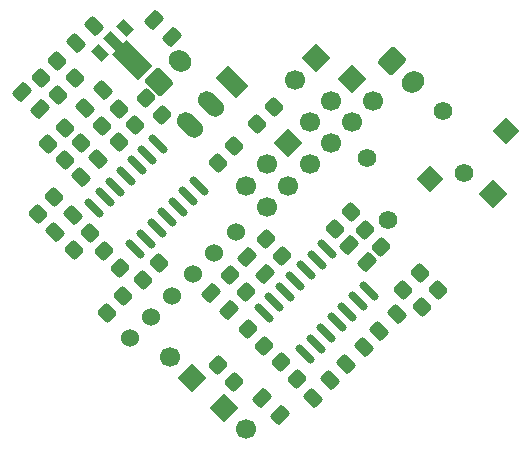
<source format=gbs>
G04 #@! TF.GenerationSoftware,KiCad,Pcbnew,(7.0.0)*
G04 #@! TF.CreationDate,2023-04-23T00:27:49-06:00*
G04 #@! TF.ProjectId,Fonocardiograma_V3A,466f6e6f-6361-4726-9469-6f6772616d61,rev?*
G04 #@! TF.SameCoordinates,Original*
G04 #@! TF.FileFunction,Soldermask,Bot*
G04 #@! TF.FilePolarity,Negative*
%FSLAX46Y46*%
G04 Gerber Fmt 4.6, Leading zero omitted, Abs format (unit mm)*
G04 Created by KiCad (PCBNEW (7.0.0)) date 2023-04-23 00:27:49*
%MOMM*%
%LPD*%
G01*
G04 APERTURE LIST*
G04 Aperture macros list*
%AMRoundRect*
0 Rectangle with rounded corners*
0 $1 Rounding radius*
0 $2 $3 $4 $5 $6 $7 $8 $9 X,Y pos of 4 corners*
0 Add a 4 corners polygon primitive as box body*
4,1,4,$2,$3,$4,$5,$6,$7,$8,$9,$2,$3,0*
0 Add four circle primitives for the rounded corners*
1,1,$1+$1,$2,$3*
1,1,$1+$1,$4,$5*
1,1,$1+$1,$6,$7*
1,1,$1+$1,$8,$9*
0 Add four rect primitives between the rounded corners*
20,1,$1+$1,$2,$3,$4,$5,0*
20,1,$1+$1,$4,$5,$6,$7,0*
20,1,$1+$1,$6,$7,$8,$9,0*
20,1,$1+$1,$8,$9,$2,$3,0*%
%AMHorizOval*
0 Thick line with rounded ends*
0 $1 width*
0 $2 $3 position (X,Y) of the first rounded end (center of the circle)*
0 $4 $5 position (X,Y) of the second rounded end (center of the circle)*
0 Add line between two ends*
20,1,$1,$2,$3,$4,$5,0*
0 Add two circle primitives to create the rounded ends*
1,1,$1,$2,$3*
1,1,$1,$4,$5*%
%AMRotRect*
0 Rectangle, with rotation*
0 The origin of the aperture is its center*
0 $1 length*
0 $2 width*
0 $3 Rotation angle, in degrees counterclockwise*
0 Add horizontal line*
21,1,$1,$2,0,0,$3*%
%AMFreePoly0*
4,1,9,3.862500,-0.866500,0.737500,-0.866500,0.737500,-0.450000,-0.737500,-0.450000,-0.737500,0.450000,0.737500,0.450000,0.737500,0.866500,3.862500,0.866500,3.862500,-0.866500,3.862500,-0.866500,$1*%
G04 Aperture macros list end*
%ADD10RotRect,1.700000X1.700000X135.000000*%
%ADD11HorizOval,1.700000X0.000000X0.000000X0.000000X0.000000X0*%
%ADD12RotRect,1.700000X1.700000X315.000000*%
%ADD13HorizOval,1.700000X0.000000X0.000000X0.000000X0.000000X0*%
%ADD14C,1.524000*%
%ADD15RotRect,1.700000X1.700000X225.000000*%
%ADD16HorizOval,1.700000X0.000000X0.000000X0.000000X0.000000X0*%
%ADD17RotRect,1.700000X1.700000X45.000000*%
%ADD18RotRect,1.560000X1.560000X225.000000*%
%ADD19C,1.560000*%
%ADD20RoundRect,0.250000X-0.954594X-0.106066X-0.106066X-0.954594X0.954594X0.106066X0.106066X0.954594X0*%
%ADD21HorizOval,1.700000X-0.106066X-0.106066X0.106066X0.106066X0*%
%ADD22RotRect,1.500000X2.500000X225.000000*%
%ADD23HorizOval,1.500000X-0.353553X0.353553X0.353553X-0.353553X0*%
%ADD24RoundRect,0.250000X0.106066X-0.954594X0.954594X-0.106066X-0.106066X0.954594X-0.954594X0.106066X0*%
%ADD25HorizOval,1.700000X-0.106066X0.106066X0.106066X-0.106066X0*%
%ADD26RoundRect,0.250000X-0.070711X0.565685X-0.565685X0.070711X0.070711X-0.565685X0.565685X-0.070711X0*%
%ADD27RoundRect,0.150000X-0.689429X0.477297X0.477297X-0.689429X0.689429X-0.477297X-0.477297X0.689429X0*%
%ADD28RoundRect,0.250000X0.574524X0.097227X0.097227X0.574524X-0.574524X-0.097227X-0.097227X-0.574524X0*%
%ADD29RoundRect,0.250000X0.070711X-0.565685X0.565685X-0.070711X-0.070711X0.565685X-0.565685X0.070711X0*%
%ADD30RoundRect,0.250000X-0.565685X-0.070711X-0.070711X-0.565685X0.565685X0.070711X0.070711X0.565685X0*%
%ADD31RoundRect,0.250000X0.097227X-0.574524X0.574524X-0.097227X-0.097227X0.574524X-0.574524X0.097227X0*%
%ADD32RoundRect,0.250000X0.565685X0.070711X0.070711X0.565685X-0.565685X-0.070711X-0.070711X-0.565685X0*%
%ADD33RoundRect,0.250000X-0.574524X-0.097227X-0.097227X-0.574524X0.574524X0.097227X0.097227X0.574524X0*%
%ADD34RoundRect,0.250000X-0.097227X0.574524X-0.574524X0.097227X0.097227X-0.574524X0.574524X-0.097227X0*%
%ADD35RotRect,1.300000X0.900000X315.000000*%
%ADD36FreePoly0,315.000000*%
G04 APERTURE END LIST*
D10*
X95389561Y-80911561D03*
D11*
X93593510Y-79115510D03*
D12*
X98158438Y-83426438D03*
D13*
X99954489Y-85222489D03*
D14*
X90133897Y-77506102D03*
X91929948Y-75710051D03*
X93726000Y-73914000D03*
X95522051Y-72117949D03*
X97318102Y-70321897D03*
X99114153Y-68525846D03*
D15*
X105936050Y-53829948D03*
D16*
X104139999Y-55625999D03*
D17*
X120903999Y-65277999D03*
D18*
X121969686Y-60014152D03*
D19*
X116666386Y-58246386D03*
X118434153Y-63549687D03*
D20*
X112339639Y-54040594D03*
D21*
X114107405Y-55808360D03*
D22*
X98824050Y-55861948D03*
D23*
X97027999Y-57657999D03*
X95231948Y-59454050D03*
D12*
X103581199Y-61010799D03*
D13*
X105377250Y-62806850D03*
X101785148Y-62806850D03*
X103581199Y-64602901D03*
X99989097Y-64602901D03*
X101785148Y-66398953D03*
D18*
X115539300Y-63997766D03*
D19*
X110236000Y-62230000D03*
X112003767Y-67533301D03*
D12*
X108984050Y-55607948D03*
D13*
X110780101Y-57403999D03*
X107187999Y-57403999D03*
X108984050Y-59200050D03*
X105391948Y-59200050D03*
X107187999Y-60996102D03*
D24*
X92648594Y-55808361D03*
D25*
X94416360Y-54040593D03*
D26*
X84671321Y-59690000D03*
X83257107Y-61104214D03*
D27*
X87123668Y-66475988D03*
X88021693Y-65577962D03*
X88919719Y-64679936D03*
X89817745Y-63781911D03*
X90715770Y-62883885D03*
X91613796Y-61985859D03*
X92511822Y-61087834D03*
X96012000Y-64588012D03*
X95113975Y-65486038D03*
X94215949Y-66384064D03*
X93317923Y-67282089D03*
X92419898Y-68180115D03*
X91521872Y-69078141D03*
X90623846Y-69976166D03*
D28*
X110207623Y-71091623D03*
X108740377Y-69624377D03*
X82521623Y-58137623D03*
X81054377Y-56670377D03*
D29*
X100930109Y-59343891D03*
X102344323Y-57929677D03*
D30*
X91494893Y-57204893D03*
X92909107Y-58619107D03*
D31*
X86007377Y-63852623D03*
X87474623Y-62385377D03*
D30*
X110036893Y-68380893D03*
X111451107Y-69795107D03*
D26*
X116277107Y-73460893D03*
X114862893Y-74875107D03*
D28*
X93697623Y-52041623D03*
X92230377Y-50574377D03*
D26*
X114698214Y-71991786D03*
X113284000Y-73406000D03*
D30*
X98606893Y-72190893D03*
X100021107Y-73605107D03*
D32*
X99005107Y-81225107D03*
X97590893Y-79810893D03*
D33*
X97056377Y-73688377D03*
X98523623Y-75155623D03*
D34*
X87855623Y-56543377D03*
X86388377Y-58010623D03*
D31*
X85626377Y-52549623D03*
X87093623Y-51082377D03*
D32*
X89353107Y-71573107D03*
X87938893Y-70158893D03*
D27*
X101473834Y-75365988D03*
X102371859Y-74467962D03*
X103269885Y-73569936D03*
X104167911Y-72671911D03*
X105065936Y-71773885D03*
X105963962Y-70875859D03*
X106861988Y-69977834D03*
X110362166Y-73478012D03*
X109464141Y-74376038D03*
X108566115Y-75274064D03*
X107668089Y-76172089D03*
X106770064Y-77070115D03*
X105872038Y-77968141D03*
X104974012Y-78866166D03*
D26*
X99005107Y-61268893D03*
X97590893Y-62683107D03*
D29*
X85398893Y-70049107D03*
X86813107Y-68634893D03*
D26*
X89607107Y-73968893D03*
X88192893Y-75383107D03*
D29*
X84636893Y-62429107D03*
X86051107Y-61014893D03*
D32*
X103069107Y-70557107D03*
X101654893Y-69142893D03*
D26*
X108911107Y-66856893D03*
X107496893Y-68271107D03*
X89226107Y-58093893D03*
X87811893Y-59508107D03*
D30*
X100130893Y-76762893D03*
X101545107Y-78177107D03*
D29*
X89208893Y-60905107D03*
X90623107Y-59490893D03*
D26*
X92655107Y-71174893D03*
X91240893Y-72589107D03*
D33*
X100104377Y-70640377D03*
X101571623Y-72107623D03*
D35*
X87629999Y-53339999D03*
D36*
X88752532Y-52341212D03*
D35*
X89751319Y-51218679D03*
D31*
X83848377Y-68551623D03*
X85315623Y-67084377D03*
D26*
X85488214Y-55481786D03*
X84074000Y-56896000D03*
D30*
X102924893Y-79556893D03*
X104339107Y-80971107D03*
D31*
X105664000Y-82550000D03*
X107131246Y-81082754D03*
D33*
X101374377Y-82578377D03*
X102841623Y-84045623D03*
D26*
X83765107Y-65586893D03*
X82350893Y-67001107D03*
D29*
X82604893Y-55444107D03*
X84019107Y-54029893D03*
D34*
X112747623Y-75466377D03*
X111280377Y-76933623D03*
X109953623Y-78260377D03*
X108486377Y-79727623D03*
M02*

</source>
